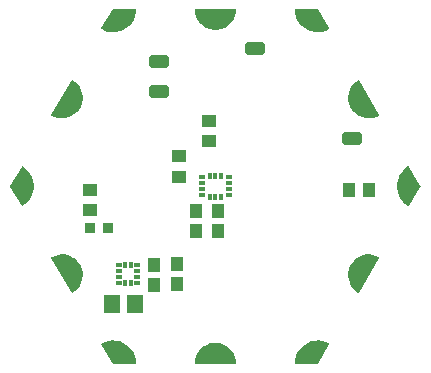
<source format=gbr>
G04 EAGLE Gerber RS-274X export*
G75*
%MOMM*%
%FSLAX34Y34*%
%LPD*%
%INSoldermask Top*%
%IPPOS*%
%AMOC8*
5,1,8,0,0,1.08239X$1,22.5*%
G01*
%ADD10R,0.901600X0.901600*%
%ADD11R,1.101600X1.201600*%
%ADD12R,1.201600X1.101600*%
%ADD13C,0.605878*%
%ADD14C,1.101600*%
%ADD15R,0.576600X0.351600*%
%ADD16R,0.351600X0.576600*%
%ADD17R,0.524109X0.417828*%
%ADD18R,0.525691X0.419775*%
%ADD19R,0.524331X0.421953*%
%ADD20R,0.523681X0.423456*%
%ADD21R,0.517119X0.416916*%
%ADD22R,0.518597X0.419888*%
%ADD23R,0.518959X0.420947*%
%ADD24R,0.516953X0.425797*%
%ADD25R,0.421831X0.518012*%
%ADD26R,0.419919X0.518984*%
%ADD27R,0.421844X0.524081*%
%ADD28R,0.419772X0.525750*%
%ADD29R,1.401600X1.601600*%

G36*
X363231Y195709D02*
X363231Y195709D01*
X363260Y195706D01*
X363327Y195728D01*
X363397Y195742D01*
X363421Y195759D01*
X363449Y195768D01*
X363502Y195815D01*
X363561Y195855D01*
X363577Y195879D01*
X363599Y195899D01*
X363630Y195963D01*
X363668Y196022D01*
X363673Y196051D01*
X363685Y196077D01*
X363694Y196177D01*
X363701Y196219D01*
X363698Y196229D01*
X363700Y196243D01*
X363468Y199041D01*
X363458Y199075D01*
X363454Y199123D01*
X362765Y201844D01*
X362750Y201876D01*
X362738Y201922D01*
X361610Y204494D01*
X361590Y204522D01*
X361571Y204566D01*
X360035Y206917D01*
X360011Y206941D01*
X359985Y206982D01*
X358083Y209047D01*
X358055Y209068D01*
X358022Y209103D01*
X355807Y210828D01*
X355776Y210843D01*
X355738Y210873D01*
X353268Y212209D01*
X353235Y212219D01*
X353193Y212242D01*
X352007Y212650D01*
X350553Y213149D01*
X350537Y213154D01*
X350503Y213159D01*
X350457Y213174D01*
X347688Y213636D01*
X347653Y213635D01*
X347606Y213643D01*
X344798Y213643D01*
X344764Y213636D01*
X344716Y213636D01*
X341947Y213174D01*
X341914Y213162D01*
X341867Y213154D01*
X339211Y212242D01*
X339181Y212225D01*
X339136Y212209D01*
X336666Y210873D01*
X336640Y210851D01*
X336597Y210828D01*
X334382Y209103D01*
X334359Y209077D01*
X334321Y209047D01*
X332419Y206982D01*
X332401Y206952D01*
X332369Y206917D01*
X330833Y204566D01*
X330820Y204534D01*
X330794Y204494D01*
X329666Y201922D01*
X329659Y201889D01*
X329656Y201882D01*
X329650Y201873D01*
X329649Y201867D01*
X329639Y201844D01*
X328950Y199123D01*
X328948Y199088D01*
X328936Y199041D01*
X328704Y196243D01*
X328708Y196214D01*
X328703Y196185D01*
X328720Y196116D01*
X328728Y196046D01*
X328742Y196020D01*
X328749Y195992D01*
X328791Y195935D01*
X328826Y195873D01*
X328850Y195855D01*
X328867Y195832D01*
X328928Y195796D01*
X328985Y195753D01*
X329013Y195745D01*
X329038Y195730D01*
X329136Y195714D01*
X329177Y195703D01*
X329188Y195705D01*
X329202Y195703D01*
X363202Y195703D01*
X363231Y195709D01*
G37*
G36*
X347640Y478768D02*
X347640Y478768D01*
X347688Y478768D01*
X350457Y479230D01*
X350490Y479242D01*
X350537Y479250D01*
X353193Y480162D01*
X353223Y480179D01*
X353268Y480195D01*
X355738Y481531D01*
X355764Y481553D01*
X355807Y481576D01*
X358022Y483301D01*
X358045Y483327D01*
X358083Y483357D01*
X359985Y485422D01*
X360003Y485452D01*
X360035Y485487D01*
X361571Y487838D01*
X361584Y487870D01*
X361610Y487910D01*
X362738Y490482D01*
X362745Y490515D01*
X362765Y490560D01*
X363454Y493281D01*
X363456Y493316D01*
X363468Y493363D01*
X363700Y496161D01*
X363696Y496190D01*
X363701Y496219D01*
X363685Y496288D01*
X363676Y496358D01*
X363662Y496384D01*
X363655Y496412D01*
X363613Y496469D01*
X363578Y496531D01*
X363554Y496549D01*
X363537Y496572D01*
X363476Y496608D01*
X363419Y496651D01*
X363391Y496659D01*
X363366Y496674D01*
X363268Y496690D01*
X363227Y496701D01*
X363216Y496699D01*
X363202Y496701D01*
X329202Y496701D01*
X329173Y496695D01*
X329144Y496698D01*
X329077Y496676D01*
X329007Y496662D01*
X328983Y496645D01*
X328955Y496636D01*
X328902Y496589D01*
X328843Y496549D01*
X328828Y496525D01*
X328806Y496505D01*
X328774Y496441D01*
X328736Y496382D01*
X328731Y496353D01*
X328719Y496327D01*
X328710Y496227D01*
X328703Y496185D01*
X328706Y496175D01*
X328704Y496161D01*
X328936Y493363D01*
X328946Y493329D01*
X328950Y493281D01*
X329639Y490560D01*
X329654Y490528D01*
X329666Y490482D01*
X330794Y487910D01*
X330814Y487882D01*
X330833Y487838D01*
X332369Y485487D01*
X332393Y485463D01*
X332419Y485422D01*
X334321Y483357D01*
X334349Y483336D01*
X334382Y483301D01*
X336597Y481576D01*
X336628Y481561D01*
X336666Y481531D01*
X339136Y480195D01*
X339169Y480185D01*
X339211Y480162D01*
X341867Y479250D01*
X341901Y479246D01*
X341947Y479230D01*
X344716Y478768D01*
X344751Y478769D01*
X344798Y478761D01*
X347606Y478761D01*
X347640Y478768D01*
G37*
G36*
X224809Y256012D02*
X224809Y256012D01*
X224880Y256009D01*
X224907Y256019D01*
X224936Y256021D01*
X225026Y256063D01*
X225066Y256078D01*
X225074Y256086D01*
X225087Y256092D01*
X227390Y257691D01*
X227414Y257717D01*
X227454Y257744D01*
X229463Y259701D01*
X229482Y259730D01*
X229517Y259763D01*
X231176Y262024D01*
X231191Y262055D01*
X231220Y262094D01*
X232484Y264597D01*
X232493Y264631D01*
X232515Y264674D01*
X233351Y267351D01*
X233354Y267385D01*
X233369Y267431D01*
X233752Y270210D01*
X233750Y270244D01*
X233756Y270292D01*
X233677Y273095D01*
X233669Y273129D01*
X233668Y273177D01*
X233129Y275929D01*
X233115Y275961D01*
X233106Y276009D01*
X232121Y278634D01*
X232106Y278659D01*
X232101Y278679D01*
X232093Y278690D01*
X232086Y278709D01*
X230682Y281137D01*
X230659Y281163D01*
X230635Y281205D01*
X228851Y283368D01*
X228824Y283390D01*
X228793Y283427D01*
X226677Y285268D01*
X226647Y285285D01*
X226611Y285317D01*
X224220Y286784D01*
X224188Y286795D01*
X224147Y286821D01*
X221548Y287874D01*
X221514Y287881D01*
X221469Y287899D01*
X218732Y288510D01*
X218697Y288511D01*
X218650Y288522D01*
X215850Y288674D01*
X215816Y288669D01*
X215768Y288672D01*
X212980Y288362D01*
X212947Y288351D01*
X212899Y288346D01*
X210201Y287581D01*
X210171Y287565D01*
X210124Y287552D01*
X207589Y286353D01*
X207565Y286336D01*
X207538Y286326D01*
X207486Y286277D01*
X207429Y286234D01*
X207415Y286209D01*
X207394Y286189D01*
X207365Y286124D01*
X207329Y286063D01*
X207326Y286034D01*
X207314Y286007D01*
X207313Y285936D01*
X207304Y285865D01*
X207312Y285837D01*
X207312Y285808D01*
X207346Y285715D01*
X207358Y285674D01*
X207365Y285665D01*
X207370Y285652D01*
X224370Y256252D01*
X224389Y256230D01*
X224402Y256204D01*
X224455Y256156D01*
X224502Y256103D01*
X224528Y256091D01*
X224550Y256071D01*
X224617Y256048D01*
X224681Y256018D01*
X224710Y256016D01*
X224738Y256007D01*
X224809Y256012D01*
G37*
G36*
X476588Y403735D02*
X476588Y403735D01*
X476636Y403732D01*
X479424Y404042D01*
X479457Y404053D01*
X479505Y404058D01*
X482203Y404823D01*
X482233Y404839D01*
X482280Y404852D01*
X484815Y406051D01*
X484839Y406068D01*
X484866Y406078D01*
X484918Y406127D01*
X484975Y406170D01*
X484989Y406195D01*
X485011Y406215D01*
X485039Y406280D01*
X485075Y406342D01*
X485078Y406370D01*
X485090Y406397D01*
X485091Y406468D01*
X485100Y406539D01*
X485092Y406567D01*
X485092Y406596D01*
X485058Y406689D01*
X485046Y406730D01*
X485039Y406739D01*
X485034Y406752D01*
X468034Y436152D01*
X468015Y436174D01*
X468002Y436200D01*
X467949Y436248D01*
X467902Y436301D01*
X467876Y436313D01*
X467854Y436333D01*
X467787Y436356D01*
X467723Y436386D01*
X467694Y436388D01*
X467666Y436397D01*
X467595Y436392D01*
X467524Y436395D01*
X467497Y436385D01*
X467468Y436383D01*
X467378Y436341D01*
X467338Y436326D01*
X467330Y436318D01*
X467317Y436312D01*
X465014Y434713D01*
X464990Y434688D01*
X464950Y434660D01*
X462941Y432703D01*
X462922Y432674D01*
X462887Y432641D01*
X461228Y430380D01*
X461213Y430349D01*
X461184Y430310D01*
X459920Y427807D01*
X459911Y427773D01*
X459889Y427730D01*
X459053Y425053D01*
X459050Y425019D01*
X459035Y424973D01*
X458652Y422194D01*
X458654Y422160D01*
X458648Y422112D01*
X458727Y419309D01*
X458735Y419275D01*
X458736Y419227D01*
X459275Y416475D01*
X459289Y416443D01*
X459298Y416395D01*
X460283Y413770D01*
X460301Y413740D01*
X460318Y413695D01*
X461722Y411267D01*
X461745Y411241D01*
X461769Y411200D01*
X463553Y409036D01*
X463580Y409014D01*
X463611Y408977D01*
X465727Y407136D01*
X465757Y407119D01*
X465793Y407088D01*
X468184Y405620D01*
X468216Y405609D01*
X468257Y405583D01*
X470856Y404530D01*
X470890Y404523D01*
X470935Y404505D01*
X473672Y403894D01*
X473707Y403893D01*
X473754Y403882D01*
X476554Y403730D01*
X476588Y403735D01*
G37*
G36*
X467628Y256013D02*
X467628Y256013D01*
X467699Y256012D01*
X467726Y256023D01*
X467755Y256027D01*
X467817Y256061D01*
X467882Y256089D01*
X467903Y256110D01*
X467928Y256124D01*
X467991Y256200D01*
X468021Y256231D01*
X468025Y256241D01*
X468034Y256252D01*
X485034Y285652D01*
X485043Y285680D01*
X485060Y285704D01*
X485075Y285773D01*
X485097Y285841D01*
X485095Y285870D01*
X485101Y285898D01*
X485088Y285968D01*
X485082Y286039D01*
X485069Y286065D01*
X485063Y286093D01*
X485023Y286152D01*
X484991Y286215D01*
X484968Y286234D01*
X484952Y286258D01*
X484870Y286315D01*
X484837Y286342D01*
X484827Y286345D01*
X484815Y286353D01*
X482280Y287552D01*
X482246Y287560D01*
X482203Y287581D01*
X479505Y288346D01*
X479470Y288348D01*
X479424Y288362D01*
X476636Y288672D01*
X476602Y288669D01*
X476554Y288674D01*
X473754Y288522D01*
X473720Y288513D01*
X473672Y288510D01*
X470935Y287899D01*
X470903Y287885D01*
X470856Y287874D01*
X468257Y286821D01*
X468228Y286802D01*
X468184Y286784D01*
X465793Y285317D01*
X465768Y285293D01*
X465727Y285268D01*
X463611Y283427D01*
X463590Y283400D01*
X463553Y283368D01*
X461769Y281205D01*
X461753Y281174D01*
X461722Y281137D01*
X460318Y278709D01*
X460307Y278676D01*
X460300Y278663D01*
X460290Y278649D01*
X460290Y278646D01*
X460283Y278634D01*
X459298Y276009D01*
X459292Y275974D01*
X459275Y275929D01*
X458736Y273177D01*
X458736Y273143D01*
X458727Y273095D01*
X458648Y270292D01*
X458654Y270258D01*
X458652Y270210D01*
X459035Y267431D01*
X459047Y267399D01*
X459053Y267351D01*
X459889Y264674D01*
X459906Y264643D01*
X459920Y264597D01*
X461184Y262094D01*
X461206Y262067D01*
X461228Y262024D01*
X462887Y259763D01*
X462913Y259740D01*
X462941Y259701D01*
X464950Y257744D01*
X464979Y257725D01*
X465014Y257691D01*
X467317Y256092D01*
X467344Y256080D01*
X467367Y256062D01*
X467435Y256041D01*
X467500Y256013D01*
X467529Y256013D01*
X467557Y256005D01*
X467628Y256013D01*
G37*
G36*
X218650Y403882D02*
X218650Y403882D01*
X218684Y403891D01*
X218732Y403894D01*
X221469Y404505D01*
X221501Y404519D01*
X221548Y404530D01*
X224147Y405583D01*
X224176Y405602D01*
X224220Y405620D01*
X226611Y407088D01*
X226636Y407111D01*
X226677Y407136D01*
X228793Y408977D01*
X228814Y409004D01*
X228851Y409036D01*
X230635Y411200D01*
X230651Y411230D01*
X230682Y411267D01*
X232086Y413695D01*
X232097Y413728D01*
X232121Y413770D01*
X233106Y416395D01*
X233112Y416430D01*
X233129Y416475D01*
X233668Y419227D01*
X233668Y419262D01*
X233677Y419309D01*
X233756Y422112D01*
X233751Y422146D01*
X233752Y422194D01*
X233369Y424973D01*
X233357Y425005D01*
X233351Y425053D01*
X232515Y427730D01*
X232498Y427761D01*
X232484Y427807D01*
X231220Y430310D01*
X231198Y430337D01*
X231176Y430380D01*
X229517Y432641D01*
X229491Y432664D01*
X229463Y432703D01*
X227454Y434660D01*
X227425Y434679D01*
X227390Y434713D01*
X225087Y436312D01*
X225060Y436324D01*
X225037Y436342D01*
X224969Y436363D01*
X224904Y436391D01*
X224875Y436391D01*
X224847Y436399D01*
X224776Y436391D01*
X224705Y436392D01*
X224678Y436381D01*
X224649Y436377D01*
X224587Y436343D01*
X224522Y436315D01*
X224501Y436294D01*
X224476Y436280D01*
X224413Y436204D01*
X224383Y436173D01*
X224379Y436163D01*
X224370Y436152D01*
X207370Y406752D01*
X207361Y406724D01*
X207344Y406700D01*
X207329Y406631D01*
X207307Y406563D01*
X207309Y406534D01*
X207303Y406506D01*
X207316Y406436D01*
X207322Y406365D01*
X207335Y406339D01*
X207341Y406311D01*
X207381Y406252D01*
X207413Y406189D01*
X207436Y406170D01*
X207452Y406146D01*
X207534Y406089D01*
X207567Y406062D01*
X207577Y406059D01*
X207589Y406051D01*
X210124Y404852D01*
X210158Y404844D01*
X210201Y404823D01*
X212899Y404058D01*
X212934Y404056D01*
X212980Y404042D01*
X215768Y403732D01*
X215802Y403735D01*
X215850Y403730D01*
X218650Y403882D01*
G37*
G36*
X509929Y329213D02*
X509929Y329213D01*
X510000Y329213D01*
X510027Y329224D01*
X510056Y329227D01*
X510118Y329262D01*
X510183Y329290D01*
X510204Y329310D01*
X510229Y329325D01*
X510292Y329402D01*
X510322Y329432D01*
X510326Y329442D01*
X510335Y329453D01*
X519835Y345953D01*
X519845Y345985D01*
X519854Y345998D01*
X519858Y346022D01*
X519859Y346026D01*
X519890Y346096D01*
X519890Y346120D01*
X519898Y346142D01*
X519892Y346218D01*
X519893Y346295D01*
X519883Y346319D01*
X519882Y346340D01*
X519861Y346379D01*
X519835Y346451D01*
X510335Y362951D01*
X510316Y362973D01*
X510303Y362999D01*
X510250Y363047D01*
X510203Y363100D01*
X510177Y363113D01*
X510156Y363132D01*
X510088Y363155D01*
X510024Y363186D01*
X509995Y363188D01*
X509968Y363197D01*
X509896Y363192D01*
X509825Y363195D01*
X509798Y363185D01*
X509769Y363183D01*
X509679Y363141D01*
X509639Y363126D01*
X509631Y363119D01*
X509618Y363113D01*
X507095Y361371D01*
X507071Y361347D01*
X507033Y361320D01*
X504821Y359196D01*
X504802Y359168D01*
X504768Y359136D01*
X502926Y356685D01*
X502912Y356654D01*
X502883Y356617D01*
X501458Y353902D01*
X501449Y353871D01*
X501433Y353846D01*
X501432Y353838D01*
X501427Y353828D01*
X500456Y350920D01*
X500452Y350886D01*
X500437Y350842D01*
X499945Y347815D01*
X499946Y347781D01*
X499938Y347735D01*
X499938Y344669D01*
X499939Y344665D01*
X499939Y344663D01*
X499945Y344636D01*
X499945Y344589D01*
X500437Y341562D01*
X500449Y341531D01*
X500456Y341484D01*
X501427Y338576D01*
X501444Y338547D01*
X501458Y338502D01*
X502883Y335787D01*
X502905Y335761D01*
X502926Y335719D01*
X504768Y333268D01*
X504793Y333245D01*
X504821Y333208D01*
X507033Y331084D01*
X507061Y331066D01*
X507095Y331033D01*
X509618Y329291D01*
X509645Y329280D01*
X509667Y329261D01*
X509736Y329241D01*
X509801Y329213D01*
X509830Y329213D01*
X509858Y329205D01*
X509929Y329213D01*
G37*
G36*
X182508Y329212D02*
X182508Y329212D01*
X182579Y329209D01*
X182606Y329219D01*
X182635Y329221D01*
X182725Y329263D01*
X182765Y329278D01*
X182773Y329285D01*
X182786Y329291D01*
X185309Y331033D01*
X185333Y331057D01*
X185371Y331084D01*
X187583Y333208D01*
X187602Y333236D01*
X187636Y333268D01*
X189478Y335719D01*
X189492Y335750D01*
X189521Y335787D01*
X190946Y338502D01*
X190955Y338535D01*
X190977Y338576D01*
X191948Y341484D01*
X191952Y341518D01*
X191967Y341562D01*
X192459Y344589D01*
X192458Y344623D01*
X192466Y344669D01*
X192466Y347735D01*
X192459Y347768D01*
X192459Y347815D01*
X191967Y350842D01*
X191955Y350873D01*
X191948Y350920D01*
X190977Y353828D01*
X190964Y353851D01*
X190958Y353876D01*
X190951Y353885D01*
X190946Y353902D01*
X189521Y356617D01*
X189499Y356643D01*
X189478Y356685D01*
X187636Y359136D01*
X187611Y359159D01*
X187583Y359196D01*
X185371Y361320D01*
X185343Y361338D01*
X185309Y361371D01*
X182786Y363113D01*
X182759Y363124D01*
X182737Y363143D01*
X182668Y363163D01*
X182603Y363191D01*
X182574Y363191D01*
X182546Y363199D01*
X182475Y363191D01*
X182404Y363192D01*
X182377Y363180D01*
X182348Y363177D01*
X182286Y363142D01*
X182221Y363114D01*
X182200Y363094D01*
X182175Y363079D01*
X182112Y363002D01*
X182082Y362972D01*
X182078Y362962D01*
X182069Y362951D01*
X172569Y346451D01*
X172545Y346378D01*
X172514Y346308D01*
X172514Y346284D01*
X172506Y346262D01*
X172513Y346186D01*
X172512Y346109D01*
X172521Y346085D01*
X172522Y346064D01*
X172543Y346025D01*
X172562Y345973D01*
X172563Y345967D01*
X172565Y345965D01*
X172569Y345953D01*
X182069Y329453D01*
X182088Y329431D01*
X182101Y329405D01*
X182154Y329357D01*
X182201Y329304D01*
X182227Y329291D01*
X182249Y329272D01*
X182316Y329249D01*
X182380Y329218D01*
X182409Y329217D01*
X182436Y329207D01*
X182508Y329212D01*
G37*
G36*
X432878Y195718D02*
X432878Y195718D01*
X432956Y195727D01*
X432975Y195738D01*
X432997Y195742D01*
X433061Y195786D01*
X433129Y195825D01*
X433145Y195844D01*
X433161Y195855D01*
X433185Y195893D01*
X433235Y195953D01*
X442735Y212453D01*
X442744Y212480D01*
X442760Y212504D01*
X442775Y212574D01*
X442798Y212642D01*
X442795Y212670D01*
X442801Y212698D01*
X442788Y212769D01*
X442782Y212840D01*
X442769Y212865D01*
X442763Y212893D01*
X442723Y212953D01*
X442690Y213016D01*
X442668Y213034D01*
X442652Y213058D01*
X442569Y213116D01*
X442537Y213143D01*
X442526Y213146D01*
X442516Y213153D01*
X439750Y214462D01*
X439717Y214470D01*
X439674Y214490D01*
X436734Y215338D01*
X436700Y215341D01*
X436656Y215354D01*
X433618Y215719D01*
X433584Y215716D01*
X433537Y215722D01*
X430480Y215595D01*
X430447Y215587D01*
X430400Y215586D01*
X427403Y214970D01*
X427372Y214957D01*
X427326Y214948D01*
X424466Y213859D01*
X424438Y213841D01*
X424394Y213825D01*
X421746Y212291D01*
X421720Y212269D01*
X421680Y212246D01*
X419312Y210308D01*
X419290Y210281D01*
X419254Y210252D01*
X417227Y207959D01*
X417211Y207930D01*
X417179Y207895D01*
X415547Y205307D01*
X415535Y205275D01*
X415510Y205236D01*
X414314Y202419D01*
X414307Y202386D01*
X414304Y202379D01*
X414300Y202373D01*
X414299Y202367D01*
X414288Y202343D01*
X413560Y199371D01*
X413558Y199337D01*
X413547Y199292D01*
X413304Y196242D01*
X413308Y196213D01*
X413303Y196185D01*
X413320Y196116D01*
X413328Y196044D01*
X413343Y196020D01*
X413349Y195992D01*
X413392Y195934D01*
X413428Y195872D01*
X413450Y195855D01*
X413467Y195832D01*
X413529Y195795D01*
X413586Y195752D01*
X413614Y195745D01*
X413638Y195730D01*
X413738Y195714D01*
X413779Y195703D01*
X413789Y195705D01*
X413802Y195703D01*
X432802Y195703D01*
X432878Y195718D01*
G37*
G36*
X433571Y476687D02*
X433571Y476687D01*
X433618Y476685D01*
X436656Y477050D01*
X436688Y477061D01*
X436734Y477066D01*
X439674Y477914D01*
X439704Y477930D01*
X439750Y477942D01*
X442516Y479251D01*
X442538Y479268D01*
X442565Y479278D01*
X442617Y479327D01*
X442675Y479370D01*
X442689Y479395D01*
X442710Y479414D01*
X442739Y479480D01*
X442775Y479542D01*
X442778Y479570D01*
X442790Y479596D01*
X442791Y479668D01*
X442800Y479739D01*
X442792Y479766D01*
X442793Y479795D01*
X442757Y479890D01*
X442746Y479930D01*
X442739Y479939D01*
X442735Y479951D01*
X433235Y496451D01*
X433183Y496510D01*
X433137Y496572D01*
X433118Y496583D01*
X433103Y496600D01*
X433033Y496634D01*
X432966Y496674D01*
X432942Y496678D01*
X432924Y496686D01*
X432879Y496688D01*
X432802Y496701D01*
X413802Y496701D01*
X413774Y496696D01*
X413746Y496698D01*
X413678Y496676D01*
X413607Y496662D01*
X413584Y496646D01*
X413557Y496637D01*
X413502Y496590D01*
X413443Y496549D01*
X413428Y496525D01*
X413407Y496507D01*
X413375Y496442D01*
X413336Y496382D01*
X413331Y496354D01*
X413319Y496328D01*
X413310Y496227D01*
X413303Y496185D01*
X413305Y496175D01*
X413304Y496162D01*
X413547Y493112D01*
X413556Y493080D01*
X413560Y493033D01*
X414288Y490061D01*
X414303Y490030D01*
X414314Y489985D01*
X415510Y487168D01*
X415529Y487140D01*
X415547Y487097D01*
X417179Y484509D01*
X417203Y484485D01*
X417227Y484445D01*
X419254Y482152D01*
X419281Y482132D01*
X419312Y482096D01*
X421680Y480158D01*
X421710Y480142D01*
X421746Y480113D01*
X424394Y478580D01*
X424426Y478569D01*
X424466Y478545D01*
X427326Y477457D01*
X427359Y477451D01*
X427403Y477434D01*
X430400Y476818D01*
X430434Y476818D01*
X430480Y476809D01*
X433537Y476682D01*
X433571Y476687D01*
G37*
G36*
X278630Y195708D02*
X278630Y195708D01*
X278658Y195706D01*
X278726Y195728D01*
X278797Y195742D01*
X278820Y195758D01*
X278847Y195767D01*
X278902Y195814D01*
X278961Y195855D01*
X278976Y195879D01*
X278998Y195897D01*
X279029Y195962D01*
X279068Y196022D01*
X279073Y196050D01*
X279085Y196076D01*
X279094Y196177D01*
X279101Y196219D01*
X279099Y196229D01*
X279100Y196242D01*
X278857Y199292D01*
X278848Y199324D01*
X278844Y199371D01*
X278116Y202343D01*
X278101Y202374D01*
X278090Y202419D01*
X276894Y205236D01*
X276875Y205264D01*
X276857Y205307D01*
X275225Y207895D01*
X275201Y207919D01*
X275177Y207959D01*
X273150Y210252D01*
X273123Y210272D01*
X273092Y210308D01*
X270725Y212246D01*
X270694Y212262D01*
X270658Y212291D01*
X268010Y213825D01*
X267978Y213835D01*
X267938Y213859D01*
X265078Y214948D01*
X265045Y214953D01*
X265001Y214970D01*
X262004Y215586D01*
X261970Y215586D01*
X261924Y215595D01*
X258867Y215722D01*
X258833Y215717D01*
X258786Y215719D01*
X255748Y215354D01*
X255716Y215343D01*
X255670Y215338D01*
X252730Y214490D01*
X252700Y214474D01*
X252655Y214462D01*
X249889Y213153D01*
X249866Y213136D01*
X249839Y213126D01*
X249787Y213077D01*
X249729Y213034D01*
X249715Y213009D01*
X249694Y212990D01*
X249665Y212924D01*
X249629Y212862D01*
X249626Y212834D01*
X249614Y212808D01*
X249613Y212736D01*
X249604Y212665D01*
X249612Y212638D01*
X249612Y212609D01*
X249647Y212514D01*
X249658Y212474D01*
X249665Y212465D01*
X249669Y212453D01*
X259169Y195953D01*
X259221Y195895D01*
X259267Y195832D01*
X259286Y195821D01*
X259301Y195804D01*
X259371Y195770D01*
X259438Y195730D01*
X259463Y195726D01*
X259480Y195718D01*
X259525Y195716D01*
X259602Y195703D01*
X278602Y195703D01*
X278630Y195708D01*
G37*
G36*
X261924Y476809D02*
X261924Y476809D01*
X261957Y476817D01*
X262004Y476818D01*
X265001Y477434D01*
X265032Y477447D01*
X265078Y477457D01*
X267938Y478545D01*
X267967Y478563D01*
X268010Y478580D01*
X270658Y480113D01*
X270684Y480135D01*
X270725Y480158D01*
X273092Y482096D01*
X273114Y482123D01*
X273150Y482152D01*
X275177Y484445D01*
X275194Y484474D01*
X275225Y484509D01*
X276857Y487097D01*
X276869Y487129D01*
X276894Y487168D01*
X278090Y489985D01*
X278097Y490018D01*
X278116Y490061D01*
X278844Y493033D01*
X278846Y493067D01*
X278857Y493112D01*
X279100Y496162D01*
X279096Y496191D01*
X279101Y496219D01*
X279084Y496288D01*
X279076Y496360D01*
X279062Y496384D01*
X279055Y496412D01*
X279012Y496470D01*
X278977Y496532D01*
X278954Y496549D01*
X278937Y496572D01*
X278875Y496609D01*
X278818Y496652D01*
X278790Y496659D01*
X278766Y496674D01*
X278666Y496690D01*
X278625Y496701D01*
X278615Y496699D01*
X278602Y496701D01*
X259602Y496701D01*
X259526Y496686D01*
X259448Y496677D01*
X259429Y496666D01*
X259407Y496662D01*
X259343Y496618D01*
X259275Y496579D01*
X259259Y496560D01*
X259243Y496549D01*
X259219Y496511D01*
X259169Y496451D01*
X249669Y479951D01*
X249660Y479924D01*
X249644Y479900D01*
X249629Y479830D01*
X249606Y479762D01*
X249609Y479734D01*
X249603Y479706D01*
X249617Y479636D01*
X249622Y479564D01*
X249635Y479539D01*
X249641Y479511D01*
X249681Y479451D01*
X249714Y479388D01*
X249736Y479370D01*
X249752Y479346D01*
X249835Y479288D01*
X249867Y479261D01*
X249878Y479258D01*
X249889Y479251D01*
X252655Y477942D01*
X252688Y477934D01*
X252730Y477914D01*
X255670Y477066D01*
X255704Y477063D01*
X255748Y477050D01*
X258786Y476685D01*
X258820Y476688D01*
X258867Y476682D01*
X261924Y476809D01*
G37*
D10*
X240181Y311061D03*
X255181Y311061D03*
D11*
X459364Y342915D03*
X476364Y342915D03*
D12*
X240222Y326257D03*
X240222Y343257D03*
D13*
X292463Y429707D02*
X303421Y429707D01*
X303421Y424749D01*
X292463Y424749D01*
X292463Y429707D01*
X292463Y450149D02*
X303421Y450149D01*
X292463Y450149D02*
X292463Y455107D01*
X303421Y455107D01*
X303421Y450149D01*
X373997Y461071D02*
X384955Y461071D01*
X373997Y461071D02*
X373997Y466029D01*
X384955Y466029D01*
X384955Y461071D01*
X456293Y384871D02*
X467251Y384871D01*
X456293Y384871D02*
X456293Y389829D01*
X467251Y389829D01*
X467251Y384871D01*
D14*
X428802Y489302D03*
X511402Y346202D03*
X428802Y203102D03*
X263602Y203102D03*
X181002Y346202D03*
X263602Y489302D03*
X470102Y417702D03*
X470102Y274702D03*
X346202Y203102D03*
X222302Y274702D03*
X222302Y417702D03*
X346202Y489302D03*
D15*
X334577Y353722D03*
X334577Y348722D03*
X334577Y343722D03*
X334577Y338722D03*
D16*
X341202Y337097D03*
X346202Y337097D03*
X351202Y337097D03*
D15*
X357827Y338722D03*
X357827Y343722D03*
X357827Y348722D03*
X357827Y353722D03*
D16*
X351202Y355347D03*
X346202Y355347D03*
X341202Y355347D03*
D17*
X264401Y279532D03*
D18*
X264393Y274522D03*
D19*
X264400Y269512D03*
D20*
X264403Y264504D03*
D21*
X279686Y279537D03*
D22*
X279678Y274522D03*
D23*
X279676Y269517D03*
D24*
X279687Y264492D03*
D25*
X269512Y279631D03*
D26*
X274522Y279626D03*
D27*
X269512Y264401D03*
D28*
X274522Y264393D03*
D12*
X315138Y371504D03*
X315138Y354504D03*
X340779Y384438D03*
X340779Y401438D03*
D11*
X330098Y308492D03*
X330098Y325492D03*
X348196Y308441D03*
X348196Y325441D03*
X313296Y280178D03*
X313296Y263178D03*
X294373Y280001D03*
X294373Y263001D03*
D29*
X258813Y246710D03*
X277813Y246710D03*
M02*

</source>
